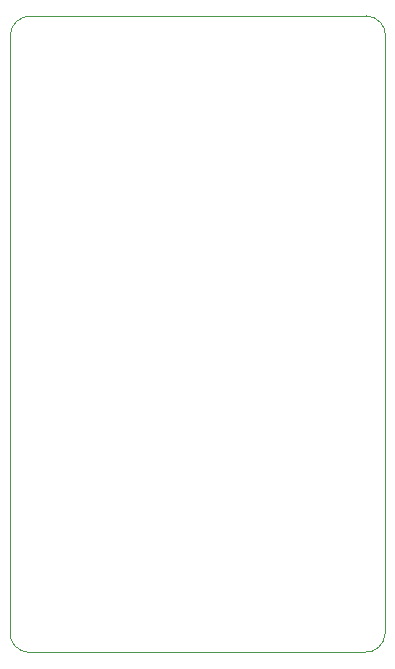
<source format=gbr>
%TF.GenerationSoftware,KiCad,Pcbnew,(6.0.8)*%
%TF.CreationDate,2023-03-20T22:14:44+01:00*%
%TF.ProjectId,BSPD-07,42535044-2d30-4372-9e6b-696361645f70,rev?*%
%TF.SameCoordinates,Original*%
%TF.FileFunction,Profile,NP*%
%FSLAX46Y46*%
G04 Gerber Fmt 4.6, Leading zero omitted, Abs format (unit mm)*
G04 Created by KiCad (PCBNEW (6.0.8)) date 2023-03-20 22:14:44*
%MOMM*%
%LPD*%
G01*
G04 APERTURE LIST*
%TA.AperFunction,Profile*%
%ADD10C,0.100000*%
%TD*%
G04 APERTURE END LIST*
D10*
X179571938Y-84223548D02*
G75*
G03*
X177946443Y-82421253I-1647538J148248D01*
G01*
X149608947Y-82448272D02*
X177946443Y-82421253D01*
X177750506Y-136292885D02*
G75*
G03*
X179552800Y-134667400I148294J1647485D01*
G01*
X149608948Y-82448262D02*
G75*
G03*
X147806653Y-84073757I-148248J-1647538D01*
G01*
X179571928Y-84223547D02*
X179552800Y-134667400D01*
X147783672Y-134511253D02*
X147806653Y-84073757D01*
X149409157Y-136313547D02*
X177750506Y-136292885D01*
X147783662Y-134511252D02*
G75*
G03*
X149409157Y-136313547I1647538J-148248D01*
G01*
M02*

</source>
